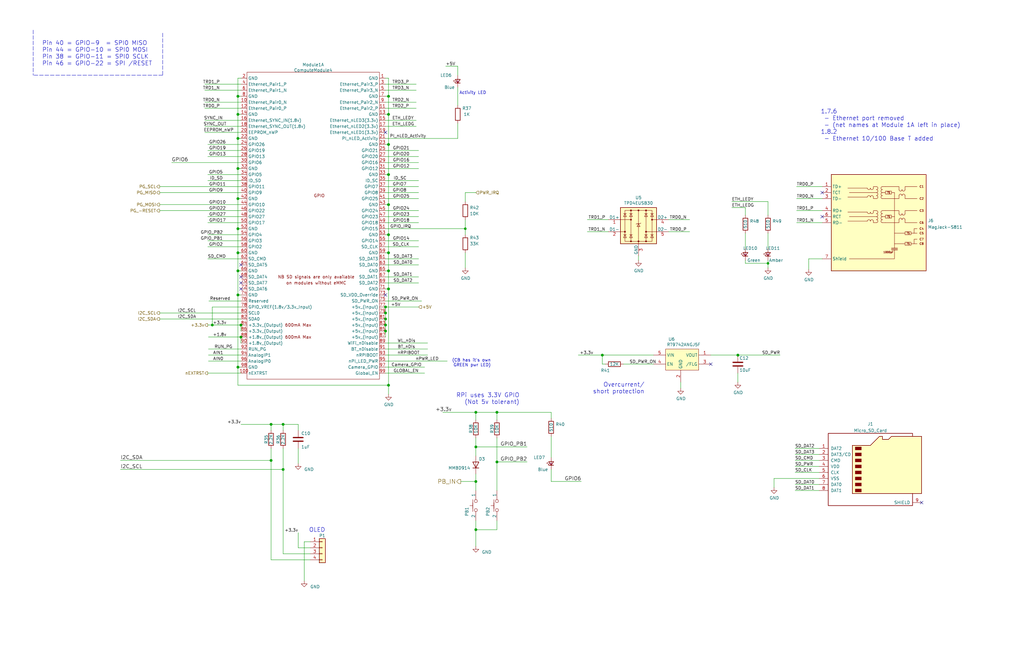
<source format=kicad_sch>
(kicad_sch (version 20211123) (generator eeschema)
  (paper "B")
  (title_block (title "ConnectBox CM4 for China Case") (date "2022-04-07") (rev "1.8.3") (comment 1 "JRA"))
  (junction (at 163.83 114.3) (diameter 1.016))
  (junction (at 100.33 106.68) (diameter 1.016))
  (junction (at 114.3 179.07) (diameter 1.016))
  (junction (at 162.56 139.7) (diameter 1.016))
  (junction (at 114.3 194.31) (diameter 1.016))
  (junction (at 163.83 86.36) (diameter 1.016))
  (junction (at 101.6 142.24) (diameter 1.016))
  (junction (at 163.83 60.96) (diameter 1.016))
  (junction (at 163.83 40.64) (diameter 1.016))
  (junction (at 163.83 121.92) (diameter 1.016))
  (junction (at 200.66 203.2) (diameter 1.016))
  (junction (at 163.83 48.26) (diameter 1.016))
  (junction (at 209.55 194.945) (diameter 1.016))
  (junction (at 101.6 137.16) (diameter 1.016))
  (junction (at 119.38 179.07) (diameter 1.016))
  (junction (at 163.83 73.66) (diameter 1.016))
  (junction (at 163.83 99.06) (diameter 1.016))
  (junction (at 100.33 40.64) (diameter 1.016))
  (junction (at 100.33 58.42) (diameter 1.016))
  (junction (at 100.33 96.52) (diameter 1.016))
  (junction (at 162.56 129.54) (diameter 1.016))
  (junction (at 100.33 83.82) (diameter 1.016))
  (junction (at 89.535 137.16) (diameter 1.016))
  (junction (at 323.85 111.125))
  (junction (at 196.215 96.52))
  (junction (at 100.33 124.46) (diameter 1.016))
  (junction (at 209.55 173.99) (diameter 1.016))
  (junction (at 200.66 223.52) (diameter 1.016))
  (junction (at 200.66 188.595) (diameter 1.016))
  (junction (at 311.15 149.86) (diameter 1.016))
  (junction (at 162.56 137.16) (diameter 1.016))
  (junction (at 200.66 173.99) (diameter 1.016))
  (junction (at 100.33 114.3) (diameter 1.016))
  (junction (at 100.33 154.94) (diameter 1.016))
  (junction (at 163.83 106.68) (diameter 1.016))
  (junction (at 254 149.86) (diameter 1.016))
  (junction (at 162.56 134.62) (diameter 1.016))
  (junction (at 163.83 162.56) (diameter 1.016))
  (junction (at 100.33 71.12) (diameter 1.016))
  (junction (at 162.56 132.08) (diameter 1.016))
  (junction (at 100.33 48.26) (diameter 1.016))
  (junction (at 119.38 198.12) (diameter 1.016))
  (no_connect (at 388.62 212.09))
  (no_connect (at 101.6 119.38))
  (no_connect (at 101.6 116.84))
  (no_connect (at 346.71 81.28))
  (no_connect (at 346.71 91.44))
  (no_connect (at 101.6 111.76))
  (no_connect (at 299.72 153.67))
  (no_connect (at 162.56 55.88))
  (no_connect (at 101.6 121.92))
  (no_connect (at 162.56 124.46))
  (wire (pts (xy 299.72 149.86) (xy 311.15 149.86)))
  (wire (pts (xy 335.28 199.39) (xy 345.44 199.39)))
  (wire (pts (xy 162.56 129.54) (xy 162.56 132.08)))
  (wire (pts (xy 101.6 48.26) (xy 100.33 48.26)))
  (wire (pts (xy 67.31 88.9) (xy 101.6 88.9)))
  (wire (pts (xy 200.66 219.71) (xy 200.66 223.52)))
  (wire (pts (xy 162.56 45.72) (xy 175.514 45.72)))
  (wire (pts (xy 335.28 204.47) (xy 345.44 204.47)))
  (wire (pts (xy 243.84 149.86) (xy 254 149.86)))
  (wire (pts (xy 163.83 40.64) (xy 163.83 48.26)))
  (wire (pts (xy 311.15 157.48) (xy 311.15 161.29)))
  (wire (pts (xy 67.31 86.36) (xy 101.6 86.36)))
  (wire (pts (xy 100.33 71.12) (xy 101.6 71.12)))
  (wire (pts (xy 200.66 200.025) (xy 200.66 203.2)))
  (wire (pts (xy 200.66 203.2) (xy 200.66 207.01)))
  (polyline (pts (xy 13.97 12.7) (xy 13.97 31.75)) (stroke (width 0) (type dash)))
  (polyline (pts (xy 68.58 13.97) (xy 68.58 31.75)) (stroke (width 0) (type dash)))
  (polyline (pts (xy 68.58 31.75) (xy 13.97 31.75)) (stroke (width 0) (type dash)))
  (wire (pts (xy 87.63 73.66) (xy 101.6 73.66)))
  (wire (pts (xy 86.36 45.72) (xy 101.6 45.72)))
  (wire (pts (xy 162.56 147.32) (xy 180.34 147.32)))
  (wire (pts (xy 162.56 63.5) (xy 176.53 63.5)))
  (wire (pts (xy 87.63 104.14) (xy 101.6 104.14)))
  (wire (pts (xy 162.56 157.48) (xy 179.07 157.48)))
  (wire (pts (xy 128.27 228.6) (xy 128.27 245.11)))
  (wire (pts (xy 335.915 93.98) (xy 346.71 93.98)))
  (wire (pts (xy 162.56 40.64) (xy 163.83 40.64)))
  (wire (pts (xy 196.215 106.68) (xy 196.215 113.03)))
  (wire (pts (xy 162.56 81.28) (xy 176.53 81.28)))
  (wire (pts (xy 162.56 96.52) (xy 196.215 96.52)))
  (wire (pts (xy 163.83 73.66) (xy 163.83 86.36)))
  (wire (pts (xy 209.55 194.945) (xy 222.25 194.945)))
  (wire (pts (xy 87.63 91.44) (xy 101.6 91.44)))
  (wire (pts (xy 162.56 111.76) (xy 176.53 111.76)))
  (wire (pts (xy 87.63 99.06) (xy 101.6 99.06)))
  (wire (pts (xy 323.85 98.425) (xy 323.85 104.775)))
  (wire (pts (xy 200.66 177.165) (xy 200.66 173.99)))
  (wire (pts (xy 87.63 101.6) (xy 101.6 101.6)))
  (wire (pts (xy 196.215 92.71) (xy 196.215 96.52)))
  (wire (pts (xy 50.8 194.31) (xy 114.3 194.31)))
  (wire (pts (xy 323.85 109.855) (xy 323.85 111.125)))
  (wire (pts (xy 162.56 114.3) (xy 163.83 114.3)))
  (wire (pts (xy 340.995 109.22) (xy 340.995 113.665)))
  (wire (pts (xy 119.38 179.07) (xy 125.73 179.07)))
  (wire (pts (xy 100.33 58.42) (xy 100.33 71.12)))
  (wire (pts (xy 87.63 157.48) (xy 101.6 157.48)))
  (wire (pts (xy 193.04 36.83) (xy 193.04 44.45)))
  (wire (pts (xy 209.55 184.785) (xy 209.55 194.945)))
  (wire (pts (xy 100.33 83.82) (xy 101.6 83.82)))
  (wire (pts (xy 114.3 194.31) (xy 114.3 236.22)))
  (wire (pts (xy 114.3 236.22) (xy 130.81 236.22)))
  (wire (pts (xy 256.54 97.79) (xy 247.65 97.79)))
  (wire (pts (xy 335.28 191.77) (xy 345.44 191.77)))
  (wire (pts (xy 281.94 92.71) (xy 290.83 92.71)))
  (wire (pts (xy 162.56 71.12) (xy 176.53 71.12)))
  (wire (pts (xy 335.28 207.01) (xy 345.44 207.01)))
  (wire (pts (xy 200.66 223.52) (xy 209.55 223.52)))
  (wire (pts (xy 209.55 223.52) (xy 209.55 219.71)))
  (wire (pts (xy 335.915 88.9) (xy 346.71 88.9)))
  (wire (pts (xy 326.39 201.93) (xy 326.39 205.74)))
  (wire (pts (xy 346.71 109.22) (xy 340.995 109.22)))
  (wire (pts (xy 125.73 231.14) (xy 125.73 224.79)))
  (wire (pts (xy 130.81 231.14) (xy 125.73 231.14)))
  (wire (pts (xy 130.81 228.6) (xy 128.27 228.6)))
  (wire (pts (xy 269.24 107.95) (xy 269.24 109.855)))
  (wire (pts (xy 87.63 93.98) (xy 101.6 93.98)))
  (wire (pts (xy 162.56 119.38) (xy 176.53 119.38)))
  (wire (pts (xy 162.56 86.36) (xy 163.83 86.36)))
  (wire (pts (xy 87.63 137.16) (xy 89.535 137.16)))
  (wire (pts (xy 89.535 137.16) (xy 101.6 137.16)))
  (wire (pts (xy 100.33 58.42) (xy 101.6 58.42)))
  (wire (pts (xy 162.56 68.58) (xy 176.53 68.58)))
  (wire (pts (xy 86.36 38.1) (xy 101.6 38.1)))
  (wire (pts (xy 162.56 60.96) (xy 163.83 60.96)))
  (wire (pts (xy 162.56 101.6) (xy 176.53 101.6)))
  (wire (pts (xy 88.0872 127) (xy 101.6 127)))
  (wire (pts (xy 162.56 58.42) (xy 193.04 58.42)))
  (wire (pts (xy 194.31 203.2) (xy 200.66 203.2)))
  (wire (pts (xy 162.56 66.04) (xy 176.53 66.04)))
  (wire (pts (xy 162.56 35.56) (xy 175.514 35.56)))
  (wire (pts (xy 314.325 98.425) (xy 314.325 104.775)))
  (wire (pts (xy 162.56 38.1) (xy 175.514 38.1)))
  (wire (pts (xy 162.56 144.78) (xy 180.34 144.78)))
  (wire (pts (xy 314.325 109.855) (xy 314.325 111.125)))
  (wire (pts (xy 86.36 35.56) (xy 101.6 35.56)))
  (wire (pts (xy 163.83 86.36) (xy 163.83 99.06)))
  (wire (pts (xy 100.33 106.68) (xy 100.33 114.3)))
  (wire (pts (xy 200.66 184.785) (xy 200.66 188.595)))
  (wire (pts (xy 200.66 81.28) (xy 196.215 81.28)))
  (wire (pts (xy 163.83 162.56) (xy 163.83 166.37)))
  (wire (pts (xy 87.63 76.2) (xy 101.6 76.2)))
  (wire (pts (xy 119.38 179.07) (xy 119.38 181.61)))
  (wire (pts (xy 67.31 134.62) (xy 101.6 134.62)))
  (wire (pts (xy 101.6 40.64) (xy 100.33 40.64)))
  (wire (pts (xy 101.6 139.7) (xy 101.6 137.16)))
  (wire (pts (xy 86.36 43.18) (xy 101.6 43.18)))
  (wire (pts (xy 87.63 63.5) (xy 101.6 63.5)))
  (wire (pts (xy 101.6 154.94) (xy 100.33 154.94)))
  (wire (pts (xy 162.56 76.2) (xy 176.53 76.2)))
  (wire (pts (xy 87.63 60.96) (xy 101.6 60.96)))
  (wire (pts (xy 162.56 91.44) (xy 176.53 91.44)))
  (wire (pts (xy 87.884 147.32) (xy 101.6 147.32)))
  (wire (pts (xy 163.83 121.92) (xy 163.83 162.56)))
  (wire (pts (xy 87.63 66.04) (xy 101.6 66.04)))
  (wire (pts (xy 100.33 154.94) (xy 100.33 162.56)))
  (wire (pts (xy 254 149.86) (xy 275.59 149.86)))
  (wire (pts (xy 101.6 33.02) (xy 100.33 33.02)))
  (wire (pts (xy 162.56 134.62) (xy 162.56 137.16)))
  (wire (pts (xy 162.56 152.4) (xy 188.595 152.4)))
  (wire (pts (xy 323.85 111.125) (xy 323.85 113.03)))
  (wire (pts (xy 100.33 114.3) (xy 101.6 114.3)))
  (wire (pts (xy 176.53 109.22) (xy 162.56 109.22)))
  (wire (pts (xy 100.33 83.82) (xy 100.33 96.52)))
  (wire (pts (xy 232.41 173.99) (xy 209.55 173.99)))
  (wire (pts (xy 232.41 176.53) (xy 232.41 173.99)))
  (wire (pts (xy 50.8 198.12) (xy 119.38 198.12)))
  (wire (pts (xy 209.55 194.945) (xy 209.55 207.01)))
  (wire (pts (xy 101.6 179.07) (xy 114.3 179.07)))
  (wire (pts (xy 162.56 50.8) (xy 175.514 50.8)))
  (wire (pts (xy 187.96 27.94) (xy 193.04 27.94)))
  (wire (pts (xy 314.325 90.805) (xy 314.325 87.63)))
  (wire (pts (xy 114.3 194.31) (xy 114.3 189.23)))
  (wire (pts (xy 100.33 96.52) (xy 101.6 96.52)))
  (wire (pts (xy 162.56 93.98) (xy 176.53 93.98)))
  (wire (pts (xy 163.83 106.68) (xy 163.83 114.3)))
  (wire (pts (xy 162.56 99.06) (xy 163.83 99.06)))
  (wire (pts (xy 163.83 114.3) (xy 163.83 121.92)))
  (wire (pts (xy 162.56 132.08) (xy 162.56 134.62)))
  (wire (pts (xy 162.56 53.34) (xy 175.514 53.34)))
  (wire (pts (xy 163.83 48.26) (xy 163.83 60.96)))
  (wire (pts (xy 67.31 78.74) (xy 101.6 78.74)))
  (wire (pts (xy 89.535 129.54) (xy 101.6 129.54)))
  (wire (pts (xy 100.33 40.64) (xy 100.33 48.26)))
  (wire (pts (xy 162.56 106.68) (xy 163.83 106.68)))
  (wire (pts (xy 335.28 194.31) (xy 345.44 194.31)))
  (wire (pts (xy 232.41 203.2) (xy 232.41 198.12)))
  (wire (pts (xy 86.36 50.8) (xy 101.6 50.8)))
  (wire (pts (xy 100.33 162.56) (xy 163.83 162.56)))
  (wire (pts (xy 100.33 106.68) (xy 101.6 106.68)))
  (wire (pts (xy 100.33 124.46) (xy 101.6 124.46)))
  (wire (pts (xy 67.31 132.08) (xy 101.6 132.08)))
  (wire (pts (xy 101.6 144.78) (xy 101.6 142.24)))
  (wire (pts (xy 162.56 139.7) (xy 162.56 142.24)))
  (wire (pts (xy 86.36 55.88) (xy 101.6 55.88)))
  (wire (pts (xy 335.28 196.85) (xy 345.44 196.85)))
  (wire (pts (xy 162.56 33.02) (xy 163.83 33.02)))
  (wire (pts (xy 200.66 188.595) (xy 200.66 192.405)))
  (wire (pts (xy 232.41 203.2) (xy 245.11 203.2)))
  (wire (pts (xy 200.66 173.99) (xy 209.55 173.99)))
  (wire (pts (xy 89.535 129.54) (xy 89.535 137.16)))
  (wire (pts (xy 326.39 201.93) (xy 345.44 201.93)))
  (wire (pts (xy 254 153.67) (xy 254 149.86)))
  (wire (pts (xy 255.27 153.67) (xy 254 153.67)))
  (wire (pts (xy 162.56 127) (xy 177.8 127)))
  (wire (pts (xy 262.89 153.67) (xy 275.59 153.67)))
  (wire (pts (xy 114.3 179.07) (xy 119.38 179.07)))
  (wire (pts (xy 100.33 71.12) (xy 100.33 83.82)))
  (wire (pts (xy 200.66 223.52) (xy 200.66 230.505)))
  (wire (pts (xy 87.63 109.22) (xy 101.6 109.22)))
  (wire (pts (xy 162.56 137.16) (xy 162.56 139.7)))
  (wire (pts (xy 100.33 33.02) (xy 100.33 40.64)))
  (wire (pts (xy 196.215 81.28) (xy 196.215 85.09)))
  (wire (pts (xy 100.33 48.26) (xy 100.33 58.42)))
  (wire (pts (xy 186.69 173.99) (xy 200.66 173.99)))
  (wire (pts (xy 162.56 88.9) (xy 176.53 88.9)))
  (wire (pts (xy 162.56 83.82) (xy 176.53 83.82)))
  (wire (pts (xy 125.73 179.07) (xy 125.73 181.61)))
  (wire (pts (xy 86.36 53.34) (xy 101.6 53.34)))
  (wire (pts (xy 125.73 189.23) (xy 125.73 195.58)))
  (wire (pts (xy 314.325 111.125) (xy 323.85 111.125)))
  (wire (pts (xy 193.04 31.75) (xy 193.04 27.94)))
  (wire (pts (xy 162.56 43.18) (xy 175.514 43.18)))
  (wire (pts (xy 335.915 83.82) (xy 346.71 83.82)))
  (wire (pts (xy 308.61 85.09) (xy 323.85 85.09)))
  (wire (pts (xy 163.83 99.06) (xy 163.83 106.68)))
  (wire (pts (xy 162.56 154.94) (xy 179.07 154.94)))
  (wire (pts (xy 308.61 87.63) (xy 314.325 87.63)))
  (wire (pts (xy 162.56 73.66) (xy 163.83 73.66)))
  (wire (pts (xy 196.215 96.52) (xy 196.215 99.06)))
  (wire (pts (xy 119.38 198.12) (xy 119.38 189.23)))
  (wire (pts (xy 287.02 161.29) (xy 287.02 163.83)))
  (wire (pts (xy 87.884 149.86) (xy 101.6 149.86)))
  (wire (pts (xy 87.884 142.24) (xy 101.6 142.24)))
  (wire (pts (xy 176.53 104.14) (xy 162.56 104.14)))
  (wire (pts (xy 247.65 92.71) (xy 256.54 92.71)))
  (wire (pts (xy 100.33 114.3) (xy 100.33 124.46)))
  (wire (pts (xy 162.56 149.86) (xy 180.34 149.86)))
  (wire (pts (xy 119.38 198.12) (xy 119.38 233.68)))
  (wire (pts (xy 119.38 233.68) (xy 130.81 233.68)))
  (wire (pts (xy 87.884 152.4) (xy 101.6 152.4)))
  (wire (pts (xy 114.3 179.07) (xy 114.3 181.61)))
  (wire (pts (xy 100.33 124.46) (xy 100.33 154.94)))
  (wire (pts (xy 281.94 97.79) (xy 290.83 97.79)))
  (wire (pts (xy 209.55 177.165) (xy 209.55 173.99)))
  (wire (pts (xy 311.15 149.86) (xy 328.93 149.86)))
  (wire (pts (xy 162.56 48.26) (xy 163.83 48.26)))
  (wire (pts (xy 232.41 184.15) (xy 232.41 193.04)))
  (wire (pts (xy 162.56 129.54) (xy 176.53 129.54)))
  (wire (pts (xy 200.66 188.595) (xy 222.25 188.595)))
  (wire (pts (xy 100.33 96.52) (xy 100.33 106.68)))
  (wire (pts (xy 323.85 85.09) (xy 323.85 90.805)))
  (wire (pts (xy 101.6 142.24) (xy 101.854 142.24)))
  (wire (pts (xy 335.915 78.74) (xy 346.71 78.74)))
  (wire (pts (xy 193.04 52.07) (xy 193.04 58.42)))
  (wire (pts (xy 67.31 81.28) (xy 101.6 81.28)))
  (wire (pts (xy 162.56 121.92) (xy 163.83 121.92)))
  (wire (pts (xy 163.83 60.96) (xy 163.83 73.66)))
  (wire (pts (xy 162.56 78.74) (xy 176.53 78.74)))
  (wire (pts (xy 176.53 116.84) (xy 162.56 116.84)))
  (wire (pts (xy 335.28 189.23) (xy 345.44 189.23)))
  (wire (pts (xy 72.39 68.58) (xy 101.6 68.58)))
  (wire (pts (xy 163.83 33.02) (xy 163.83 40.64)))
  (text "1.7.6\n - Ethernet port removed\n - (net names at Module 1A left in place)\n1.8.2\n - Ethernet 10/100 Base T added" (at 346.075 59.69 0) (effects (font (size 1.778 1.778)) (justify left bottom)))
  (text "Pin 40 = GPIO-9  = SPI0 MISO  \nPin 44 = GPIO-10 = SPI0 MOSI \nPin 38 = GPIO-11 = SPI0 SCLK \nPin 46 = GPIO-22 = SPI /RESET" (at 17.78 27.94 0) (effects (font (size 1.778 1.778)) (justify left bottom)))
  (text "RPi uses 3.3V GPIO\n(Not 5v tolerant)" (at 219.075 170.815 180) (effects (font (size 1.778 1.778)) (justify right bottom)))
  (text "Overcurrent/\nshort protection" (at 271.78 166.37 180) (effects (font (size 1.778 1.778)) (justify right bottom)))
  (text "OLED" (at 137.16 224.79 180) (effects (font (size 1.778 1.778)) (justify right bottom)))
  (text "Activity LED" (at 193.675 40.005 0) (effects (font (size 1.27 1.27)) (justify left bottom)))
  (text "(CB has it's own\nGREEN pwr LED)" (at 207.01 154.94 180) (effects (font (size 1.27 1.27)) (justify right bottom)))
  (label "GPIO20" (at 172.72 66.04 180))
  (label "ETH_LEDY" (at 308.61 85.09 0))
  (label "GPIO26" (at 95.25 60.96 180))
  (label "+3.3v" (at 250.19 149.86 180))
  (label "SD_DAT1" (at 173.99 116.84 180))
  (label "GPIO12" (at 172.72 71.12 180))
  (label "GPIO9" (at 93.98 81.28 180))
  (label "GPIO14" (at 172.72 101.6 180))
  (label "SYNC_IN" (at 93.98 50.8 180))
  (label "SYNC_OUT" (at 95.504 53.34 180))
  (label "GPIO19" (at 95.25 63.5 180))
  (label "TRD2_P" (at 165.354 45.72 0))
  (label "ETH_LEDG" (at 165.354 53.34 0))
  (label "GPIO_IRQ" (at 173.355 96.52 180))
  (label "ETH_LEDY" (at 165.354 50.8 0))
  (label "nPWR_LED" (at 175.26 152.4 0))
  (label "GPIO_PB1" (at 222.25 188.595 180) (effects (font (size 1.524 1.524))))
  (label "Camera_GPIO" (at 177.8 154.94 180))
  (label "GPIO18" (at 172.72 93.98 180))
  (label "SD_CLK" (at 172.72 104.14 180))
  (label "TRD1_N" (at 92.71 38.1 180))
  (label "SD_CMD" (at 335.28 194.31 0))
  (label "GPIO_PB1" (at 93.98 101.6 180))
  (label "+3.3v" (at 125.73 224.79 180))
  (label "GPIO6" (at 72.39 68.58 0) (effects (font (size 1.524 1.524))))
  (label "TRD0_N" (at 289.56 92.71 180))
  (label "SD_DAT3" (at 335.28 191.77 0))
  (label "TRD1_P" (at 92.71 35.56 180))
  (label "TRD3_N" (at 165.354 38.1 0))
  (label "SD_CMD" (at 95.25 109.22 180))
  (label "SD_DAT3" (at 173.99 109.22 180))
  (label "+1.8v" (at 95.504 142.24 180))
  (label "I2C_SDA" (at 50.8 194.31 0) (effects (font (size 1.524 1.524))))
  (label "TRD1_P" (at 255.27 92.71 180))
  (label "EEPROM_nWP" (at 98.552 55.88 180))
  (label "TRD2_N" (at 165.354 43.18 0))
  (label "SD_CLK" (at 335.28 199.39 0))
  (label "GPIO5" (at 93.98 73.66 180))
  (label "GPIO16" (at 172.72 68.58 180))
  (label "GPIO2" (at 93.98 104.14 180))
  (label "GPIO8" (at 171.45 81.28 180))
  (label "+3.3v" (at 95.504 137.16 180))
  (label "I2C_SDA" (at 74.93 134.62 0))
  (label "TRD1_P" (at 335.915 88.9 0))
  (label "SD_PWR_ON" (at 165.1 127 0))
  (label "TRD1_N" (at 335.915 93.98 0))
  (label "GPIO23" (at 172.72 91.44 180))
  (label "WL_nDis" (at 175.26 144.78 180))
  (label "TRD0_N" (at 92.71 43.18 180))
  (label "I2C_SCL" (at 74.93 132.08 0))
  (label "AIN0" (at 94.234 152.4 180))
  (label "+5V" (at 168.91 129.54 180))
  (label "TRD0_N" (at 335.915 83.82 0))
  (label "ID_SC" (at 171.45 76.2 180))
  (label "SD_PWR" (at 321.31 149.86 0))
  (label "GPIO13" (at 95.25 66.04 180))
  (label "SD_DAT1" (at 335.28 207.01 0))
  (label "SD_PWR_ON" (at 265.43 153.67 0))
  (label "GLOBAL_EN" (at 176.53 157.48 180))
  (label "GPIO11" (at 95.25 78.74 180))
  (label "GPIO10" (at 95.25 86.36 180))
  (label "GPIO25" (at 172.72 83.82 180))
  (label "TRD0_P" (at 92.71 45.72 180))
  (label "+3.3v" (at 190.5 173.99 180) (effects (font (size 1.524 1.524))))
  (label "GPIO6" (at 245.11 203.2 180) (effects (font (size 1.524 1.524))))
  (label "+3.3v" (at 101.6 179.07 180))
  (label "PI_nLED_Activity" (at 179.705 58.42 180))
  (label "nRPIBOOT" (at 176.9872 149.86 180))
  (label "TRD1_N" (at 255.27 97.79 180))
  (label "TRD3_P" (at 165.354 35.56 0))
  (label "ID_SD" (at 93.98 76.2 180))
  (label "GPIO22" (at 95.25 88.9 180))
  (label "BT_nDis" (at 175.1076 147.32 180))
  (label "SD_DAT2" (at 335.28 189.23 0))
  (label "GPIO21" (at 172.72 63.5 180))
  (label "Reserved" (at 97.155 127 180))
  (label "I2C_SCL" (at 50.8 198.12 0) (effects (font (size 1.524 1.524))))
  (label "+5V" (at 187.96 27.94 0))
  (label "GPIO27" (at 95.25 91.44 180))
  (label "SD_DAT2" (at 173.99 119.38 180))
  (label "GPIO_PB2" (at 222.25 194.945 180) (effects (font (size 1.524 1.524))))
  (label "SD_DAT0" (at 173.99 111.76 180))
  (label "TRD0_P" (at 335.915 78.74 0))
  (label "RUN_PG" (at 98.044 147.32 180))
  (label "AIN1" (at 94.234 149.86 180))
  (label "GPIO17" (at 95.25 93.98 180))
  (label "GPIO24" (at 172.72 88.9 180))
  (label "SD_DAT0" (at 335.28 204.47 0))
  (label "SD_PWR" (at 335.28 196.85 0))
  (label "GPIO7" (at 171.45 78.74 180))
  (label "ETH_LEDG" (at 308.61 87.63 0))
  (label "GPIO_PB2" (at 93.98 99.06 180))
  (label "TRD0_P" (at 289.56 97.79 180))
  (hierarchical_label "+5V" (shape input) (at 176.53 129.54 0))
  (hierarchical_label "PG_-RESET" (shape output) (at 67.31 88.9 180))
  (hierarchical_label "PG_MISO" (shape output) (at 67.31 81.28 180))
  (hierarchical_label "nEXTRST" (shape output) (at 87.63 157.48 180))
  (hierarchical_label "+3.3v" (shape output) (at 87.63 137.16 180))
  (hierarchical_label "PB_IN" (shape output) (at 194.31 203.2 180) (effects (font (size 1.778 1.778))))
  (hierarchical_label "PG_SCL" (shape output) (at 67.31 78.74 180))
  (hierarchical_label "I2C_SCL" (shape output) (at 67.31 132.08 180))
  (hierarchical_label "PWR_IRQ" (shape input) (at 200.66 81.28 0))
  (hierarchical_label "PG_MOSI" (shape output) (at 67.31 86.36 180))
  (hierarchical_label "I2C_SDA" (shape output) (at 67.31 134.62 180))
  (symbol (lib_id "power:GND") (at 340.995 113.665 0) (unit 1)
    (property "Reference" "#PWR0101" (effects hide))
    (property "Value" "GND" (at 341.122 118.0592 0))
  )
  (symbol (lib_id "Device:R") (at 209.55 180.975 180) (unit 1)
    (property "Reference" "R39" (at 207.518 180.975 90))
    (property "Value" "10K" (at 209.55 180.975 90))
    (property "Footprint" "Resistor_SMD:R_0603_1608Metric" (effects hide))
    (property "Manufacturer" "Yageo" (effects hide))
    (property "Manufacturer P/N" "RC0603FR-0710KL" (effects hide))
    (property "Description" "RES SMD 10K OHM 1% 1/8W 0603" (effects hide))
    (property "DigiKey P/N" "311-10.0KHRCT-ND" (effects hide))
    (property "Type" "SMD" (effects hide))
  )
  (symbol (lib_id "Custom_1:MagJack-S811") (at 369.57 116.84 0) (unit 1)
    (property "Reference" "J6" (at 391.287 93.0715 0) (effects (justify left)))
    (property "Value" "MagJack-S811" (at 391.287 95.8466 0) (effects (justify left)))
    (property "Footprint" "CustomComponents:MagJack_S811" (effects hide))
    (property "Manufacturer" "Bel Fuse Inc" (effects hide))
    (property "Manufacturer P/N" "S811-1X1T-06-F" (effects hide))
    (property "Description" "10/100 Ethernet Magjack" (effects hide))
    (property "DigiKey P/N" "507-1456-1-ND" (effects hide))
  )
  (symbol (lib_id "power:GND") (at 128.27 245.11 0) (unit 1)
    (property "Reference" "#PWR03" (effects hide))
    (property "Value" "GND" (at 132.842 247.5992 0))
  )
  (symbol (lib_id "power:GND") (at 200.66 230.505 0) (unit 1)
    (property "Reference" "#PWR05" (effects hide))
    (property "Value" "GND" (at 205.232 232.9942 0))
  )
  (symbol (lib_id "Custom_1:SPST-PUSH") (at 200.66 213.36 90) (unit 1)
    (property "Reference" "PB1" (at 196.85 215.9 0))
    (property "Value" "SPST-PUSH" (effects hide))
    (property "Footprint" "CustomComponents:SW-TL3330A" (effects hide))
    (property "Manufacturer" "E-Switch" (effects hide))
    (property "Manufacturer P/N" "TL3330AF130QG" (effects hide))
    (property "Description" "Tactile Switch SPST-NO Side Actuated SMD, RA" (effects hide))
    (property "DigiKey P/N" "EG4388CT-ND" (effects hide))
    (property "Type" "SMD" (effects hide))
  )
  (symbol (lib_id "Device:R") (at 196.215 102.87 180) (unit 1)
    (property "Reference" "R43" (at 200.025 100.33 0))
    (property "Value" "33K" (at 200.025 102.87 0))
    (property "Footprint" "Resistor_SMD:R_0603_1608Metric" (effects hide))
    (property "Manufacturer" "Yageo" (effects hide))
    (property "Manufacturer P/N" "RC0603FR-0733KL" (effects hide))
    (property "Description" "RES SMD 33K OHM 1% 1/8W 0603" (effects hide))
    (property "DigiKey P/N" "311-33.0KHRCT-ND" (effects hide))
    (property "Type" "SMD" (effects hide))
  )
  (symbol (lib_id "power:GND") (at 287.02 163.83 0) (unit 1)
    (property "Reference" "#PWR08" (effects hide))
    (property "Value" "GND" (at 287.147 168.2242 0))
  )
  (symbol (lib_id "power:GND") (at 125.73 195.58 0) (unit 1)
    (property "Reference" "#PWR02" (effects hide))
    (property "Value" "GND" (at 130.302 198.0692 0))
  )
  (symbol (lib_id "power:GND") (at 196.215 113.03 0) (unit 1)
    (property "Reference" "#PWR018" (effects hide))
    (property "Value" "GND" (at 196.342 117.4242 0))
  )
  (symbol (lib_id "Custom_1:SPST-PUSH") (at 209.55 213.36 90) (unit 1)
    (property "Reference" "PB2" (at 205.74 215.9 0))
    (property "Value" "SPST-PUSH" (effects hide))
    (property "Footprint" "CustomComponents:SW-TL3330A" (effects hide))
    (property "Manufacturer" "E-Switch" (effects hide))
    (property "Manufacturer P/N" "TL3330AF130QG" (effects hide))
    (property "Description" "Tactile Switch SPST-NO Side Actuated SMD, RA" (effects hide))
    (property "DigiKey P/N" "EG4388CT-ND" (effects hide))
    (property "Type" "SMD" (effects hide))
  )
  (symbol (lib_id "Diode:1N914") (at 200.66 196.215 90) (unit 1)
    (property "Reference" "D3" (at 203.2 193.675 90))
    (property "Value" "MMBD914" (at 193.675 197.485 90))
    (property "Footprint" "Diode_SMD:D_SOT-23_ANK" (effects hide))
    (property "Datasheet" "http://www.vishay.com/docs/85622/1n914.pdf" (effects hide))
    (property "Manufacturer" "ON Semiconductor" (effects hide))
    (property "Manufacturer P/N" "MMBD914LT1G" (effects hide))
    (property "Description" "DIODE GEN PURP 100V 200MA SOT23" (effects hide))
    (property "DigiKey P/N" "MMBD914LT1GOSCT-ND" (effects hide))
    (property "Type" "SMD" (effects hide))
  )
  (symbol (lib_id "power:GND") (at 323.85 113.03 0) (unit 1)
    (property "Reference" "#PWR07" (effects hide))
    (property "Value" "GND" (at 323.977 117.4242 0))
  )
  (symbol (lib_id "Device:R") (at 119.38 185.42 180) (unit 1)
    (property "Reference" "R36" (at 117.348 185.42 90))
    (property "Value" "2.2K" (at 119.38 185.42 90))
    (property "Footprint" "Resistor_SMD:R_0603_1608Metric" (effects hide))
    (property "Manufacturer" "Yageo" (effects hide))
    (property "Manufacturer P/N" "RC0603FR-072K2L" (effects hide))
    (property "Description" "RES SMD 2.2K OHM 1% 1/8W 0603" (effects hide))
    (property "DigiKey P/N" "311-2.20KHRCT-ND" (effects hide))
    (property "Type" "SMD" (effects hide))
  )
  (symbol (lib_id "Device:LED_Small") (at 314.325 107.315 90) (unit 1)
    (property "Reference" "LED10" (at 319.405 104.775 90) (effects (justify left)))
    (property "Value" "Green" (at 320.675 109.855 90) (effects (justify left)))
    (property "Footprint" "LED_SMD:LED_0603_1608Metric" (effects hide))
    (property "Datasheet" "~" (at 314.325 107.315 90))
    (property "Manufacturer" "Lite-On Inc." (effects hide))
    (property "Manufacturer P/N" "LTST-C191KFKT" (effects hide))
    (property "Description" "LED GREEN CLEAR 0603 SMD" (effects hide))
    (property "DigiKey P/N" "160-1446-1-ND" (effects hide))
    (property "Type" "SMD" (effects hide))
  )
  (symbol (lib_id "Device:R") (at 196.215 88.9 0) (unit 1)
    (property "Reference" "R42" (at 200.025 87.63 0))
    (property "Value" "10K" (at 200.025 90.17 0))
    (property "Footprint" "Resistor_SMD:R_0603_1608Metric" (effects hide))
    (property "Manufacturer" "Yageo" (effects hide))
    (property "Manufacturer P/N" "RC0603FR-0710KL" (effects hide))
    (property "Description" "RES SMD 10K OHM 1% 1/8W 0603" (effects hide))
    (property "DigiKey P/N" "311-10.0KHRCT-ND" (effects hide))
    (property "Type" "SMD" (effects hide))
  )
  (symbol (lib_id "Device:R") (at 200.66 180.975 180) (unit 1)
    (property "Reference" "R38" (at 198.628 180.975 90))
    (property "Value" "10K" (at 200.66 180.975 90))
    (property "Footprint" "Resistor_SMD:R_0603_1608Metric" (effects hide))
    (property "Manufacturer" "Yageo" (effects hide))
    (property "Manufacturer P/N" "RC0603FR-0710KL" (effects hide))
    (property "Description" "RES SMD 10K OHM 1% 1/8W 0603" (effects hide))
    (property "DigiKey P/N" "311-10.0KHRCT-ND" (effects hide))
    (property "Type" "SMD" (effects hide))
  )
  (symbol (lib_id "Device:R") (at 314.325 94.615 0) (unit 1)
    (property "Reference" "R48" (at 318.135 93.345 0))
    (property "Value" "510" (at 314.325 94.615 90))
    (property "Footprint" "Resistor_SMD:R_0603_1608Metric" (effects hide))
    (property "Manufacturer" "Yageo" (effects hide))
    (property "Manufacturer P/N" "RC0603FR-07510RL" (effects hide))
    (property "Description" "RES SMD 1K OHM 1% 1/8W 0603" (effects hide))
    (property "DigiKey P/N" "311-510HRCT-ND" (effects hide))
    (property "Type" "SMD" (effects hide))
  )
  (symbol (lib_id "CM4IO:TPD4EUSB30") (at 269.24 95.25 0) (unit 1)
    (property "Reference" "U5" (at 269.24 83.3882 0))
    (property "Value" "TPD4EUSB30" (at 269.24 85.6996 0))
    (property "Footprint" "CustomComponents:USON-10_2.5x1.0mm_P0.5mm" (effects hide))
    (property "Manufacturer" "TI" (effects hide))
    (property "Manufacturer P/N" "TPD4EUSB30DQAR" (effects hide))
    (property "Description" "Quad TVS diode for high speed signals (USB3, GigE etc.)" (effects hide))
    (property "DigiKey P/N" "296-28063-1-ND" (effects hide))
    (property "Type" "SMD" (effects hide))
  )
  (symbol (lib_id "power:GND") (at 311.15 161.29 0) (unit 1)
    (property "Reference" "#PWR09" (effects hide))
    (property "Value" "GND" (at 311.277 165.6842 0))
  )
  (symbol (lib_id "Device:R") (at 232.41 180.34 0) (unit 1)
    (property "Reference" "R40" (at 236.22 179.07 0))
    (property "Value" "510" (at 232.41 180.34 90))
    (property "Footprint" "Resistor_SMD:R_0603_1608Metric" (effects hide))
    (property "Manufacturer" "Yageo" (effects hide))
    (property "Manufacturer P/N" "RC0603FR-07510RL" (effects hide))
    (property "Description" "RES SMD 1K OHM 1% 1/8W 0603" (effects hide))
    (property "DigiKey P/N" "311-510HRCT-ND" (effects hide))
    (property "Type" "SMD" (effects hide))
  )
  (symbol (lib_id "Custom_1:T9742ANGJ5F") (at 288.29 156.21 0) (unit 1)
    (property "Reference" "U6" (at 283.21 143.129 0))
    (property "Value" "RT9742ANGJ5F" (at 288.29 145.4404 0))
    (property "Footprint" "Package_TO_SOT_SMD:SOT-23-5" (effects hide))
    (property "Datasheet" "https://www.richtek.com/assets/product_file/RT9742/DS9742-00.pdf" (effects hide))
    (property "Manufacturer" "Richtek" (effects hide))
    (property "Manufacturer P/N" "RT9742ANGJ5F" (effects hide))
    (property "Description" "Power Switch/Driver 1:1 N-Channel 1A TSOT-23-5" (effects hide))
    (property "DigiKey P/N" "1028-1427-1-ND" (effects hide))
    (property "Type" "SMD" (effects hide))
  )
  (symbol (lib_id "Connector_Generic:Conn_01x04") (at 135.89 231.14 0) (unit 1)
    (property "Reference" "P1" (at 135.89 226.06 0))
    (property "Value" "Conn_01x04" (effects hide))
    (property "Footprint" "Connector_PinHeader_2.54mm:PinHeader_1x04_P2.54mm_Vertical" (effects hide))
    (property "Type" "ThroughHole" (effects hide))
  )
  (symbol (lib_id "Device:LED_Small") (at 323.85 107.315 90) (unit 1)
    (property "Reference" "LED11" (at 328.93 104.775 90) (effects (justify left)))
    (property "Value" "Amber" (at 330.2 109.855 90) (effects (justify left)))
    (property "Footprint" "LED_SMD:LED_0603_1608Metric" (effects hide))
    (property "Datasheet" "~" (at 323.85 107.315 90))
    (property "Manufacturer" "Lite-On Inc." (effects hide))
    (property "Manufacturer P/N" "LTST-C191KFKT" (effects hide))
    (property "Description" "LED AMBER CLEAR 0603 SMD" (effects hide))
    (property "DigiKey P/N" "160-1445-1-ND" (effects hide))
    (property "Type" "SMD" (effects hide))
  )
  (symbol (lib_id "power:GND") (at 269.24 109.855 0) (unit 1)
    (property "Reference" "#PWR06" (effects hide))
    (property "Value" "GND" (at 269.367 114.2492 0))
  )
  (symbol (lib_id "power:GND") (at 163.83 166.37 0) (unit 1)
    (property "Reference" "#PWR04" (effects hide))
    (property "Value" "GND" (at 163.957 170.7642 0))
  )
  (symbol (lib_id "Device:R") (at 259.08 153.67 270) (unit 1)
    (property "Reference" "R41" (at 255.27 156.337 90))
    (property "Value" "12K" (at 259.08 153.67 90))
    (property "Footprint" "Resistor_SMD:R_0603_1608Metric" (effects hide))
    (property "Manufacturer" "Yageo" (effects hide))
    (property "Manufacturer P/N" "RC0603FR-12K2L" (effects hide))
    (property "Description" "RES SMD 12K OHM 1% 1/8W 0603" (effects hide))
    (property "DigiKey P/N" "311-12.0KHRCT-ND" (effects hide))
    (property "Type" "SMD" (effects hide))
  )
  (symbol (lib_id "Device:LED_Small") (at 232.41 195.58 90) (unit 1)
    (property "Reference" "LED7" (at 229.87 193.04 90) (effects (justify left)))
    (property "Value" "Blue" (at 231.14 198.12 90) (effects (justify left)))
    (property "Footprint" "LED_SMD:LED_0603_1608Metric" (effects hide))
    (property "Datasheet" "~" (at 232.41 195.58 90))
    (property "Manufacturer" "Inolux" (effects hide))
    (property "Manufacturer P/N" "IN-S63BT5B" (effects hide))
    (property "Description" "LED BLUE CLEAR 0603 SMD" (effects hide))
    (property "DigiKey P/N" "1830-1068-1-ND" (effects hide))
    (property "Type" "SMD" (effects hide))
  )
  (symbol (lib_id "Device:R") (at 114.3 185.42 180) (unit 1)
    (property "Reference" "R35" (at 112.268 185.42 90))
    (property "Value" "2.2K" (at 114.3 185.42 90))
    (property "Footprint" "Resistor_SMD:R_0603_1608Metric" (effects hide))
    (property "Manufacturer" "Yageo" (effects hide))
    (property "Manufacturer P/N" "RC0603FR-072K2L" (effects hide))
    (property "Description" "RES SMD 2.2K OHM 1% 1/8W 0603" (effects hide))
    (property "DigiKey P/N" "311-2.20KHRCT-ND" (effects hide))
    (property "Type" "SMD" (effects hide))
  )
  (symbol (lib_id "Device:LED_Small") (at 193.04 34.29 90) (unit 1)
    (property "Reference" "LED6" (at 190.5 31.75 90) (effects (justify left)))
    (property "Value" "Blue" (at 191.77 36.83 90) (effects (justify left)))
    (property "Footprint" "LED_SMD:LED_0603_1608Metric" (effects hide))
    (property "Datasheet" "~" (at 193.04 34.29 90))
    (property "Manufacturer" "Inolux" (effects hide))
    (property "Manufacturer P/N" "IN-S63BT5B" (effects hide))
    (property "Description" "LED BLUE CLEAR 0603 SMD" (effects hide))
    (property "DigiKey P/N" "1830-1068-1-ND" (effects hide))
    (property "Type" "SMD" (effects hide))
  )
  (symbol (lib_id "Connector:Micro_SD_Card") (at 368.3 196.85 0) (unit 1)
    (property "Reference" "J1" (at 367.03 178.9134 0))
    (property "Value" "Micro_SD_Card" (at 367.03 181.6885 0))
    (property "Footprint" "CM4IO:SDCARD_MOLEX_503398-1892" (effects hide))
    (property "Manufacturer" "Molex" (effects hide))
    (property "Manufacturer P/N" "5033981892" (effects hide))
    (property "DigiKey P/N" "WM11190CT-ND" (effects hide))
    (property "Type" "SMD" (effects hide))
  )
  (symbol (lib_id "Device:C") (at 125.73 185.42 0) (unit 1)
    (property "Reference" "C10" (at 127 182.88 0) (effects (justify left)))
    (property "Value" "1uF" (at 127 188.595 0) (effects (justify left)))
    (property "Footprint" "Capacitor_SMD:C_0603_1608Metric" (effects hide))
    (property "Manufacturer" "Samsung" (effects hide))
    (property "Manufacturer P/N" "CL10A105KQ8NNNC‎" (effects hide))
    (property "Description" "CAP CER 1UF 6.3V X5R 0603" (effects hide))
    (property "DigiKey P/N" "1276-1036-1-ND" (effects hide))
    (property "Type" "SMD" (effects hide))
  )
  (symbol (lib_id "Device:R") (at 323.85 94.615 0) (unit 1)
    (property "Reference" "R49" (at 327.66 93.345 0))
    (property "Value" "510" (at 323.85 94.615 90))
    (property "Footprint" "Resistor_SMD:R_0603_1608Metric" (effects hide))
    (property "Manufacturer" "Yageo" (effects hide))
    (property "Manufacturer P/N" "RC0603FR-07510RL" (effects hide))
    (property "Description" "RES SMD 1K OHM 1% 1/8W 0603" (effects hide))
    (property "DigiKey P/N" "311-510HRCT-ND" (effects hide))
    (property "Type" "SMD" (effects hide))
  )
  (symbol (lib_id "CM4IO:ComputeModule4-CM4") (at 134.62 88.9 0) (unit 1)
    (property "Reference" "Module1" (at 132.08 27.305 0))
    (property "Value" "ComputeModule4" (at 132.08 29.6164 0))
    (property "Footprint" "CustomComponents:CM4_Module_noHoles" (effects hide))
    (property "Manufacturer" "Hirose" (effects hide))
    (property "Manufacturer P/N" "DF40C-100DS-0.4V (requires two each)" (effects hide))
    (property "Description" "100 Position Connector Receptacle, Center Strip Contacts Surface Mount Gold" (effects hide))
    (property "DigiKey P/N" "H11615CT-ND (requires two each)" (effects hide))
    (property "Type" "SMD" (effects hide))
  )
  (symbol (lib_id "Device:R") (at 193.04 48.26 180) (unit 1)
    (property "Reference" "R37" (at 196.85 45.72 0))
    (property "Value" "1K" (at 196.85 48.26 0))
    (property "Footprint" "Resistor_SMD:R_0603_1608Metric" (effects hide))
    (property "Manufacturer" "Yageo" (effects hide))
    (property "Manufacturer P/N" "RC0603FR-071KL" (effects hide))
    (property "Description" "RES SMD 1K OHM 1% 1/8W 0603" (effects hide))
    (property "DigiKey P/N" "311-1.00KHRCT-ND" (effects hide))
    (property "Type" "SMD" (effects hide))
  )
  (symbol (lib_id "Device:C") (at 311.15 153.67 0) (unit 1)
    (property "Reference" "C12" (at 311.785 151.13 0) (effects (justify left)))
    (property "Value" "10uF" (at 311.785 156.21 0) (effects (justify left)))
    (property "Footprint" "Capacitor_SMD:C_0603_1608Metric" (effects hide))
    (property "Manufacturer" "Samsung Electro-Mechanics" (effects hide))
    (property "Manufacturer P/N" "C0603C106M9PACTU" (effects hide))
    (property "Description" "CAP CER 10UF 6.3V X5R 0603" (effects hide))
    (property "DigiKey P/N" "399-C0603C106M9PAC7867CT-ND" (effects hide))
    (property "Type" "SMD" (effects hide))
  )
  (symbol (lib_id "power:GND") (at 326.39 205.74 0) (unit 1)
    (property "Reference" "#PWR010" (effects hide))
    (property "Value" "GND" (at 326.517 210.1342 0))
  )
)
</source>
